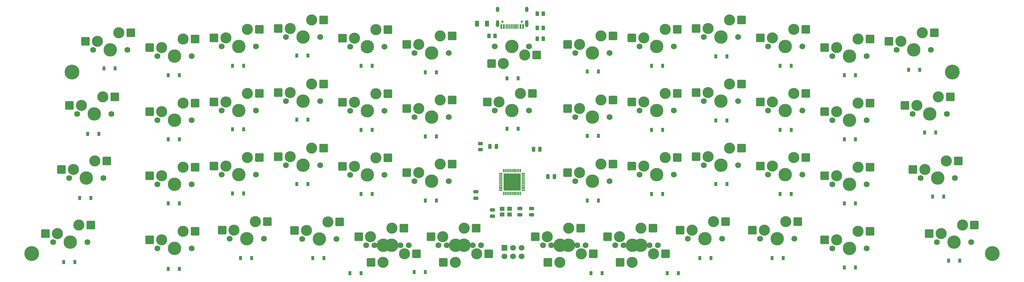
<source format=gbs>
%TF.GenerationSoftware,KiCad,Pcbnew,(6.0.7)*%
%TF.CreationDate,2022-09-18T01:02:23+03:00*%
%TF.ProjectId,teethless40_csl_pcb_schema,74656574-686c-4657-9373-34305f63736c,rev?*%
%TF.SameCoordinates,Original*%
%TF.FileFunction,Soldermask,Bot*%
%TF.FilePolarity,Negative*%
%FSLAX46Y46*%
G04 Gerber Fmt 4.6, Leading zero omitted, Abs format (unit mm)*
G04 Created by KiCad (PCBNEW (6.0.7)) date 2022-09-18 01:02:23*
%MOMM*%
%LPD*%
G01*
G04 APERTURE LIST*
G04 Aperture macros list*
%AMRoundRect*
0 Rectangle with rounded corners*
0 $1 Rounding radius*
0 $2 $3 $4 $5 $6 $7 $8 $9 X,Y pos of 4 corners*
0 Add a 4 corners polygon primitive as box body*
4,1,4,$2,$3,$4,$5,$6,$7,$8,$9,$2,$3,0*
0 Add four circle primitives for the rounded corners*
1,1,$1+$1,$2,$3*
1,1,$1+$1,$4,$5*
1,1,$1+$1,$6,$7*
1,1,$1+$1,$8,$9*
0 Add four rect primitives between the rounded corners*
20,1,$1+$1,$2,$3,$4,$5,0*
20,1,$1+$1,$4,$5,$6,$7,0*
20,1,$1+$1,$6,$7,$8,$9,0*
20,1,$1+$1,$8,$9,$2,$3,0*%
G04 Aperture macros list end*
%ADD10C,4.400000*%
%ADD11C,1.750000*%
%ADD12C,3.987800*%
%ADD13C,3.300000*%
%ADD14RoundRect,0.250000X1.025000X1.000000X-1.025000X1.000000X-1.025000X-1.000000X1.025000X-1.000000X0*%
%ADD15R,0.900000X1.200000*%
%ADD16RoundRect,0.250000X0.250000X0.475000X-0.250000X0.475000X-0.250000X-0.475000X0.250000X-0.475000X0*%
%ADD17C,0.650000*%
%ADD18R,0.600000X1.450000*%
%ADD19R,0.300000X1.450000*%
%ADD20O,1.000000X1.600000*%
%ADD21O,1.000000X2.100000*%
%ADD22RoundRect,0.250000X0.262500X0.450000X-0.262500X0.450000X-0.262500X-0.450000X0.262500X-0.450000X0*%
%ADD23RoundRect,0.250000X-1.025000X-1.000000X1.025000X-1.000000X1.025000X1.000000X-1.025000X1.000000X0*%
%ADD24R,1.190000X1.728000*%
%ADD25RoundRect,0.250000X0.475000X-0.250000X0.475000X0.250000X-0.475000X0.250000X-0.475000X-0.250000X0*%
%ADD26RoundRect,0.007800X0.497200X0.122200X-0.497200X0.122200X-0.497200X-0.122200X0.497200X-0.122200X0*%
%ADD27RoundRect,0.033800X0.096200X0.471200X-0.096200X0.471200X-0.096200X-0.471200X0.096200X-0.471200X0*%
%ADD28R,5.200000X5.200000*%
%ADD29RoundRect,0.250000X-0.262500X-0.450000X0.262500X-0.450000X0.262500X0.450000X-0.262500X0.450000X0*%
%ADD30RoundRect,0.250000X-0.475000X0.250000X-0.475000X-0.250000X0.475000X-0.250000X0.475000X0.250000X0*%
%ADD31R,1.400000X1.200000*%
%ADD32R,1.700000X1.700000*%
%ADD33C,1.700000*%
%ADD34RoundRect,0.250000X0.450000X-0.262500X0.450000X0.262500X-0.450000X0.262500X-0.450000X-0.262500X0*%
G04 APERTURE END LIST*
D10*
X304580000Y-95110000D03*
X31750000Y-41170000D03*
X19850000Y-95100000D03*
X292670000Y-41170000D03*
D11*
X133303750Y-73570000D03*
X143463750Y-73570000D03*
D12*
X138383750Y-73570000D03*
D13*
X134573750Y-71030000D03*
D14*
X131023750Y-71030000D03*
X144473750Y-68490000D03*
D13*
X140923750Y-68490000D03*
D11*
X119003750Y-92620000D03*
D12*
X124083750Y-92620000D03*
D11*
X129163750Y-92620000D03*
D14*
X116723750Y-90080000D03*
D13*
X120273750Y-90080000D03*
X126623750Y-87540000D03*
D14*
X130173750Y-87540000D03*
D15*
X260684375Y-99218750D03*
X263984375Y-99218750D03*
D11*
X224436250Y-90720000D03*
D12*
X219356250Y-90720000D03*
D11*
X214276250Y-90720000D03*
D13*
X215546250Y-88180000D03*
D14*
X211996250Y-88180000D03*
X225446250Y-85640000D03*
D13*
X221896250Y-85640000D03*
D11*
X133303750Y-54520000D03*
X143463750Y-54520000D03*
D12*
X138383750Y-54520000D03*
D13*
X134573750Y-51980000D03*
D14*
X131023750Y-51980000D03*
X144473750Y-49440000D03*
D13*
X140923750Y-49440000D03*
D12*
X43133125Y-34507500D03*
D11*
X38053125Y-34507500D03*
X48213125Y-34507500D03*
D14*
X35773125Y-31967500D03*
D13*
X39323125Y-31967500D03*
D14*
X49223125Y-29427500D03*
D13*
X45673125Y-29427500D03*
D15*
X222570000Y-74430000D03*
X225870000Y-74430000D03*
X260684375Y-80168750D03*
X263984375Y-80168750D03*
D11*
X171403750Y-92610000D03*
D12*
X176483750Y-92610000D03*
D11*
X181563750Y-92610000D03*
D13*
X172673750Y-90070000D03*
D14*
X169123750Y-90070000D03*
X182573750Y-87530000D03*
D13*
X179023750Y-87530000D03*
D16*
X170440000Y-64120000D03*
X168540000Y-64120000D03*
D17*
X159310000Y-26197636D03*
X165090000Y-26197636D03*
D18*
X158975000Y-27642636D03*
X159750000Y-27642636D03*
D19*
X160450000Y-27642636D03*
X160950000Y-27642636D03*
X161450000Y-27642636D03*
X161950000Y-27642636D03*
X162450000Y-27642636D03*
X162950000Y-27642636D03*
X163450000Y-27642636D03*
X163950000Y-27642636D03*
D18*
X164650000Y-27642636D03*
X165425000Y-27642636D03*
D20*
X166520000Y-22547636D03*
X157880000Y-22547636D03*
D21*
X166520000Y-26727636D03*
X157880000Y-26727636D03*
D11*
X210143750Y-71670000D03*
X199983750Y-71670000D03*
D12*
X205063750Y-71670000D03*
D14*
X197703750Y-69130000D03*
D13*
X201253750Y-69130000D03*
X207603750Y-66590000D03*
D14*
X211153750Y-66590000D03*
D12*
X38370625Y-53557500D03*
D11*
X33290625Y-53557500D03*
X43450625Y-53557500D03*
D14*
X31010625Y-51017500D03*
D13*
X34560625Y-51017500D03*
D14*
X44460625Y-48477500D03*
D13*
X40910625Y-48477500D03*
D15*
X241634375Y-58340625D03*
X244934375Y-58340625D03*
X184490000Y-41020000D03*
X187790000Y-41020000D03*
D22*
X171469388Y-28033880D03*
X169644388Y-28033880D03*
D15*
X60262500Y-99615625D03*
X63562500Y-99615625D03*
D11*
X267283750Y-93570000D03*
D12*
X262203750Y-93570000D03*
D11*
X257123750Y-93570000D03*
D14*
X254843750Y-91030000D03*
D13*
X258393750Y-91030000D03*
X264743750Y-88490000D03*
D14*
X268293750Y-88490000D03*
D15*
X136462500Y-41275000D03*
X139762500Y-41275000D03*
D11*
X86313750Y-33570000D03*
D12*
X81233750Y-33570000D03*
D11*
X76153750Y-33570000D03*
D14*
X73873750Y-31030000D03*
D13*
X77423750Y-31030000D03*
D14*
X87323750Y-28490000D03*
D13*
X83773750Y-28490000D03*
D15*
X133208750Y-100557500D03*
X136508750Y-100557500D03*
D12*
X100283750Y-49760000D03*
D11*
X105363750Y-49760000D03*
X95203750Y-49760000D03*
D14*
X92923750Y-47220000D03*
D13*
X96473750Y-47220000D03*
D14*
X106373750Y-44680000D03*
D13*
X102823750Y-44680000D03*
D11*
X219033750Y-49760000D03*
D12*
X224113750Y-49760000D03*
D11*
X229193750Y-49760000D03*
D14*
X216753750Y-47220000D03*
D13*
X220303750Y-47220000D03*
X226653750Y-44680000D03*
D14*
X230203750Y-44680000D03*
D15*
X284496875Y-59134375D03*
X287796875Y-59134375D03*
X241634375Y-77390625D03*
X244934375Y-77390625D03*
D11*
X167263750Y-33560000D03*
X157103750Y-33560000D03*
D12*
X162183750Y-33560000D03*
D23*
X169543750Y-36100000D03*
D13*
X165993750Y-36100000D03*
X159643750Y-38640000D03*
D23*
X156093750Y-38640000D03*
D15*
X60262500Y-80168750D03*
X63562500Y-80168750D03*
D11*
X26146875Y-91657500D03*
D12*
X31226875Y-91657500D03*
D11*
X36306875Y-91657500D03*
D14*
X23866875Y-89117500D03*
D13*
X27416875Y-89117500D03*
D14*
X37316875Y-86577500D03*
D13*
X33766875Y-86577500D03*
D11*
X124403750Y-33580000D03*
X114243750Y-33580000D03*
D12*
X119323750Y-33580000D03*
D14*
X111963750Y-31040000D03*
D13*
X115513750Y-31040000D03*
D14*
X125413750Y-28500000D03*
D13*
X121863750Y-28500000D03*
D15*
X79300000Y-58160000D03*
X82600000Y-58160000D03*
X241634375Y-39290625D03*
X244934375Y-39290625D03*
D11*
X105363750Y-68810000D03*
D12*
X100283750Y-68810000D03*
D11*
X95203750Y-68810000D03*
D13*
X96473750Y-66270000D03*
D14*
X92923750Y-66270000D03*
D13*
X102823750Y-63730000D03*
D14*
X106373750Y-63730000D03*
D15*
X203534375Y-77390625D03*
X206834375Y-77390625D03*
D24*
X154737840Y-26789040D03*
X151847840Y-26789040D03*
D11*
X173793750Y-92610000D03*
X183953750Y-92610000D03*
D12*
X178873750Y-92610000D03*
D23*
X186233750Y-95150000D03*
D13*
X182683750Y-95150000D03*
D23*
X172783750Y-97690000D03*
D13*
X176333750Y-97690000D03*
D25*
X156393750Y-84000000D03*
X156393750Y-82100000D03*
D15*
X184484375Y-79375000D03*
X187784375Y-79375000D03*
D12*
X286026250Y-53570000D03*
D11*
X291106250Y-53570000D03*
X280946250Y-53570000D03*
D14*
X278666250Y-51030000D03*
D13*
X282216250Y-51030000D03*
X288566250Y-48490000D03*
D14*
X292116250Y-48490000D03*
D15*
X34068750Y-78581250D03*
X37368750Y-78581250D03*
D12*
X288407500Y-72620000D03*
D11*
X283327500Y-72620000D03*
X293487500Y-72620000D03*
D13*
X284597500Y-70080000D03*
D14*
X281047500Y-70080000D03*
X294497500Y-67540000D03*
D13*
X290947500Y-67540000D03*
D15*
X260684375Y-61118750D03*
X263984375Y-61118750D03*
X203534375Y-39290625D03*
X206834375Y-39290625D03*
X160671875Y-43040000D03*
X163971875Y-43040000D03*
D11*
X248248750Y-71670000D03*
X238088750Y-71670000D03*
D12*
X243168750Y-71670000D03*
D14*
X235808750Y-69130000D03*
D13*
X239358750Y-69130000D03*
D14*
X249258750Y-66590000D03*
D13*
X245708750Y-66590000D03*
D12*
X81233750Y-52620000D03*
D11*
X76153750Y-52620000D03*
X86313750Y-52620000D03*
D13*
X77423750Y-50080000D03*
D14*
X73873750Y-50080000D03*
D13*
X83773750Y-47540000D03*
D14*
X87323750Y-47540000D03*
D26*
X165555000Y-71318688D03*
X165555000Y-71818688D03*
X165555000Y-72318688D03*
X165555000Y-72818688D03*
X165555000Y-73318688D03*
X165555000Y-73818688D03*
X165555000Y-74318688D03*
X165555000Y-74818688D03*
X165555000Y-75318688D03*
X165555000Y-75818688D03*
X165555000Y-76318688D03*
D27*
X164695000Y-77178688D03*
X164195000Y-77178688D03*
X163695000Y-77178688D03*
X163195000Y-77178688D03*
X162695000Y-77178688D03*
X162195000Y-77178688D03*
X161695000Y-77178688D03*
X161195000Y-77178688D03*
X160695000Y-77178688D03*
X160195000Y-77178688D03*
X159695000Y-77178688D03*
D26*
X158835000Y-76318688D03*
X158835000Y-75818688D03*
X158835000Y-75318688D03*
X158835000Y-74818688D03*
X158835000Y-74318688D03*
X158835000Y-73818688D03*
X158835000Y-73318688D03*
X158835000Y-72818688D03*
X158835000Y-72318688D03*
X158835000Y-71818688D03*
X158835000Y-71318688D03*
D27*
X159695000Y-70458688D03*
X160195000Y-70458688D03*
X160695000Y-70458688D03*
X161195000Y-70458688D03*
X161695000Y-70458688D03*
X162195000Y-70458688D03*
X162695000Y-70458688D03*
X163195000Y-70458688D03*
X163695000Y-70458688D03*
X164195000Y-70458688D03*
X164695000Y-70458688D03*
D28*
X162195000Y-73818688D03*
D29*
X169644388Y-23812480D03*
X171469388Y-23812480D03*
D15*
X222584375Y-36512500D03*
X225884375Y-36512500D03*
D12*
X119323750Y-52630000D03*
D11*
X124403750Y-52630000D03*
X114243750Y-52630000D03*
D13*
X115513750Y-50090000D03*
D14*
X111963750Y-50090000D03*
D13*
X121863750Y-47550000D03*
D14*
X125413750Y-47550000D03*
D15*
X217821875Y-96440625D03*
X221121875Y-96440625D03*
X260684375Y-42068750D03*
X263984375Y-42068750D03*
D12*
X162183750Y-52610000D03*
D11*
X157103750Y-52610000D03*
X167263750Y-52610000D03*
D14*
X154823750Y-50070000D03*
D13*
X158373750Y-50070000D03*
D14*
X168273750Y-47530000D03*
D13*
X164723750Y-47530000D03*
D15*
X160671875Y-58040000D03*
X163971875Y-58040000D03*
D12*
X62183750Y-55470000D03*
D11*
X67263750Y-55470000D03*
X57103750Y-55470000D03*
D13*
X58373750Y-52930000D03*
D14*
X54823750Y-52930000D03*
D13*
X64723750Y-50390000D03*
D14*
X68273750Y-50390000D03*
D12*
X200303750Y-92600000D03*
D11*
X205383750Y-92600000D03*
X195223750Y-92600000D03*
D23*
X207663750Y-95140000D03*
D13*
X204113750Y-95140000D03*
X197763750Y-97680000D03*
D23*
X194213750Y-97680000D03*
D30*
X167993750Y-81690000D03*
X167993750Y-83590000D03*
X151506904Y-76738216D03*
X151506904Y-78638216D03*
D15*
X136462500Y-79375000D03*
X139762500Y-79375000D03*
X29306250Y-97631250D03*
X32606250Y-97631250D03*
X81693750Y-96440625D03*
X84993750Y-96440625D03*
D11*
X229193750Y-68810000D03*
X219033750Y-68810000D03*
D12*
X224113750Y-68810000D03*
D13*
X220303750Y-66270000D03*
D14*
X216753750Y-66270000D03*
D13*
X226653750Y-63730000D03*
D14*
X230203750Y-63730000D03*
D11*
X95203750Y-30710000D03*
X105363750Y-30710000D03*
D12*
X100283750Y-30710000D03*
D14*
X92923750Y-28170000D03*
D13*
X96473750Y-28170000D03*
X102823750Y-25630000D03*
D14*
X106373750Y-25630000D03*
D15*
X211522500Y-100944375D03*
X208222500Y-100944375D03*
D11*
X57103750Y-93570000D03*
X67263750Y-93570000D03*
D12*
X62183750Y-93570000D03*
D14*
X54823750Y-91030000D03*
D13*
X58373750Y-91030000D03*
D14*
X68273750Y-88490000D03*
D13*
X64723750Y-88490000D03*
D15*
X114158750Y-100954375D03*
X117458750Y-100954375D03*
D16*
X157543750Y-63240000D03*
X155643750Y-63240000D03*
D11*
X67263750Y-74520000D03*
X57103750Y-74520000D03*
D12*
X62183750Y-74520000D03*
D13*
X58373750Y-71980000D03*
D14*
X54823750Y-71980000D03*
D13*
X64723750Y-69440000D03*
D14*
X68273750Y-69440000D03*
D31*
X159295000Y-81800000D03*
X161495000Y-81800000D03*
X161495000Y-83500000D03*
X159295000Y-83500000D03*
D15*
X239253125Y-96440625D03*
X242553125Y-96440625D03*
D12*
X197890000Y-92610000D03*
D11*
X202970000Y-92610000D03*
X192810000Y-92610000D03*
D14*
X190530000Y-90070000D03*
D13*
X194080000Y-90070000D03*
X200430000Y-87530000D03*
D14*
X203980000Y-87530000D03*
D15*
X136462500Y-60325000D03*
X139762500Y-60325000D03*
D11*
X210143750Y-33570000D03*
X199983750Y-33570000D03*
D12*
X205063750Y-33570000D03*
D13*
X201253750Y-31030000D03*
D14*
X197703750Y-31030000D03*
D13*
X207603750Y-28490000D03*
D14*
X211153750Y-28490000D03*
D15*
X98360000Y-36280000D03*
X101660000Y-36280000D03*
D12*
X262203750Y-36420000D03*
D11*
X257123750Y-36420000D03*
X267283750Y-36420000D03*
D13*
X258393750Y-33880000D03*
D14*
X254843750Y-33880000D03*
D13*
X264743750Y-31340000D03*
D14*
X268293750Y-31340000D03*
D11*
X276183750Y-34520000D03*
D12*
X281263750Y-34520000D03*
D11*
X286343750Y-34520000D03*
D13*
X277453750Y-31980000D03*
D14*
X273903750Y-31980000D03*
D13*
X283803750Y-29440000D03*
D14*
X287353750Y-29440000D03*
D15*
X79330000Y-77180000D03*
X82630000Y-77180000D03*
D11*
X110116250Y-90730000D03*
X99956250Y-90730000D03*
D12*
X105036250Y-90730000D03*
D13*
X101226250Y-88190000D03*
D14*
X97676250Y-88190000D03*
X111126250Y-85650000D03*
D13*
X107576250Y-85650000D03*
D15*
X184470000Y-60150000D03*
X187770000Y-60150000D03*
D12*
X243168750Y-52620000D03*
D11*
X238088750Y-52620000D03*
X248248750Y-52620000D03*
D13*
X239358750Y-50080000D03*
D14*
X235808750Y-50080000D03*
D13*
X245708750Y-47540000D03*
D14*
X249258750Y-47540000D03*
D11*
X229193750Y-30710000D03*
X219033750Y-30710000D03*
D12*
X224113750Y-30710000D03*
D13*
X220303750Y-28170000D03*
D14*
X216753750Y-28170000D03*
D13*
X226653750Y-25630000D03*
D14*
X230203750Y-25630000D03*
D12*
X145503750Y-92610000D03*
D11*
X150583750Y-92610000D03*
X140423750Y-92610000D03*
D14*
X138143750Y-90070000D03*
D13*
X141693750Y-90070000D03*
X148043750Y-87530000D03*
D14*
X151593750Y-87530000D03*
D22*
X171469388Y-31253880D03*
X169644388Y-31253880D03*
D15*
X36450000Y-59531250D03*
X39750000Y-59531250D03*
D12*
X81233750Y-71670000D03*
D11*
X76153750Y-71670000D03*
X86313750Y-71670000D03*
D13*
X77423750Y-69130000D03*
D14*
X73873750Y-69130000D03*
D13*
X83773750Y-66590000D03*
D14*
X87323750Y-66590000D03*
D32*
X159980176Y-93390000D03*
D33*
X159980176Y-95930000D03*
X162520176Y-93390000D03*
X162520176Y-95930000D03*
X165060176Y-93390000D03*
X165060176Y-95930000D03*
D12*
X119323750Y-71680000D03*
D11*
X114243750Y-71680000D03*
X124403750Y-71680000D03*
D14*
X111963750Y-69140000D03*
D13*
X115513750Y-69140000D03*
X121863750Y-66600000D03*
D14*
X125413750Y-66600000D03*
D30*
X164493750Y-81690000D03*
X164493750Y-83590000D03*
D15*
X188900625Y-100944375D03*
X185600625Y-100944375D03*
X103125000Y-96440625D03*
X106425000Y-96440625D03*
X60270000Y-42080000D03*
X63570000Y-42080000D03*
D12*
X262203750Y-74520000D03*
D11*
X267283750Y-74520000D03*
X257123750Y-74520000D03*
D13*
X258393750Y-71980000D03*
D14*
X254843750Y-71980000D03*
X268293750Y-69440000D03*
D13*
X264743750Y-69440000D03*
D12*
X186013125Y-35460000D03*
D11*
X191093125Y-35460000D03*
X180933125Y-35460000D03*
D13*
X182203125Y-32920000D03*
D14*
X178653125Y-32920000D03*
D13*
X188553125Y-30380000D03*
D14*
X192103125Y-30380000D03*
D11*
X41069375Y-72607500D03*
D12*
X35989375Y-72607500D03*
D11*
X30909375Y-72607500D03*
D14*
X28629375Y-70067500D03*
D13*
X32179375Y-70067500D03*
X38529375Y-67527500D03*
D14*
X42079375Y-67527500D03*
D11*
X131560000Y-92620000D03*
D12*
X126480000Y-92620000D03*
D11*
X121400000Y-92620000D03*
D13*
X130290000Y-95160000D03*
D23*
X133840000Y-95160000D03*
D13*
X123940000Y-97700000D03*
D23*
X120390000Y-97700000D03*
D15*
X291640625Y-97234375D03*
X294940625Y-97234375D03*
D11*
X235707500Y-90720000D03*
X245867500Y-90720000D03*
D12*
X240787500Y-90720000D03*
D14*
X233427500Y-88180000D03*
D13*
X236977500Y-88180000D03*
D14*
X246877500Y-85640000D03*
D13*
X243327500Y-85640000D03*
D15*
X79312500Y-39290625D03*
X82612500Y-39290625D03*
X117412500Y-58340625D03*
X120712500Y-58340625D03*
D16*
X174730000Y-72220000D03*
X172830000Y-72220000D03*
D15*
X279734375Y-40481250D03*
X283034375Y-40481250D03*
X286878125Y-78184375D03*
X290178125Y-78184375D03*
X222584375Y-55562500D03*
X225884375Y-55562500D03*
D11*
X199983750Y-52620000D03*
D12*
X205063750Y-52620000D03*
D11*
X210143750Y-52620000D03*
D13*
X201253750Y-50080000D03*
D14*
X197703750Y-50080000D03*
X211153750Y-47540000D03*
D13*
X207603750Y-47540000D03*
D15*
X203534375Y-58340625D03*
X206834375Y-58340625D03*
X98360000Y-55290000D03*
X101660000Y-55290000D03*
X41230000Y-40030000D03*
X44530000Y-40030000D03*
D12*
X262203750Y-55470000D03*
D11*
X267283750Y-55470000D03*
X257123750Y-55470000D03*
D14*
X254843750Y-52930000D03*
D13*
X258393750Y-52930000D03*
D14*
X268293750Y-50390000D03*
D13*
X264743750Y-50390000D03*
D15*
X60262500Y-61118750D03*
X63562500Y-61118750D03*
X98390000Y-74440000D03*
X101690000Y-74440000D03*
D11*
X67263750Y-36420000D03*
X57103750Y-36420000D03*
D12*
X62183750Y-36420000D03*
D13*
X58373750Y-33880000D03*
D14*
X54823750Y-33880000D03*
X68273750Y-31340000D03*
D13*
X64723750Y-31340000D03*
D15*
X117412500Y-39290625D03*
X120712500Y-39290625D03*
D11*
X298250000Y-91670000D03*
D12*
X293170000Y-91670000D03*
D11*
X288090000Y-91670000D03*
D13*
X289360000Y-89130000D03*
D14*
X285810000Y-89130000D03*
D13*
X295710000Y-86590000D03*
D14*
X299260000Y-86590000D03*
D11*
X248248750Y-33570000D03*
X238088750Y-33570000D03*
D12*
X243168750Y-33570000D03*
D13*
X239358750Y-31030000D03*
D14*
X235808750Y-31030000D03*
X249258750Y-28490000D03*
D13*
X245708750Y-28490000D03*
D11*
X88695000Y-90720000D03*
D12*
X83615000Y-90720000D03*
D11*
X78535000Y-90720000D03*
D13*
X79805000Y-88180000D03*
D14*
X76255000Y-88180000D03*
D13*
X86155000Y-85640000D03*
D14*
X89705000Y-85640000D03*
D11*
X152973750Y-92640000D03*
X142813750Y-92640000D03*
D12*
X147893750Y-92640000D03*
D13*
X151703750Y-95180000D03*
D23*
X155253750Y-95180000D03*
X141803750Y-97720000D03*
D13*
X145353750Y-97720000D03*
D34*
X152800000Y-64212500D03*
X152800000Y-62387500D03*
D11*
X133303750Y-35470000D03*
D12*
X138383750Y-35470000D03*
D11*
X143463750Y-35470000D03*
D13*
X134573750Y-32930000D03*
D14*
X131023750Y-32930000D03*
D13*
X140923750Y-30390000D03*
D14*
X144473750Y-30390000D03*
D15*
X117412500Y-77390625D03*
X120712500Y-77390625D03*
D11*
X191093125Y-54510000D03*
D12*
X186013125Y-54510000D03*
D11*
X180933125Y-54510000D03*
D14*
X178653125Y-51970000D03*
D13*
X182203125Y-51970000D03*
D14*
X192103125Y-49430000D03*
D13*
X188553125Y-49430000D03*
D11*
X191093125Y-73560000D03*
X180933125Y-73560000D03*
D12*
X186013125Y-73560000D03*
D13*
X182203125Y-71020000D03*
D14*
X178653125Y-71020000D03*
D13*
X188553125Y-68480000D03*
D14*
X192103125Y-68480000D03*
D22*
X157181900Y-30360912D03*
X155356900Y-30360912D03*
M02*

</source>
